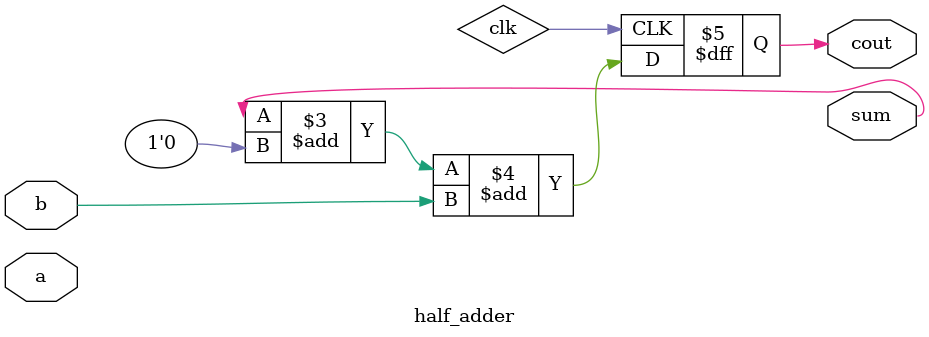
<source format=v>
module half_adder( 
input a, b,
output cout, sum );

always @(posedge clk)
  cout <= sum + (a << 1) + b;

endmodule

</source>
